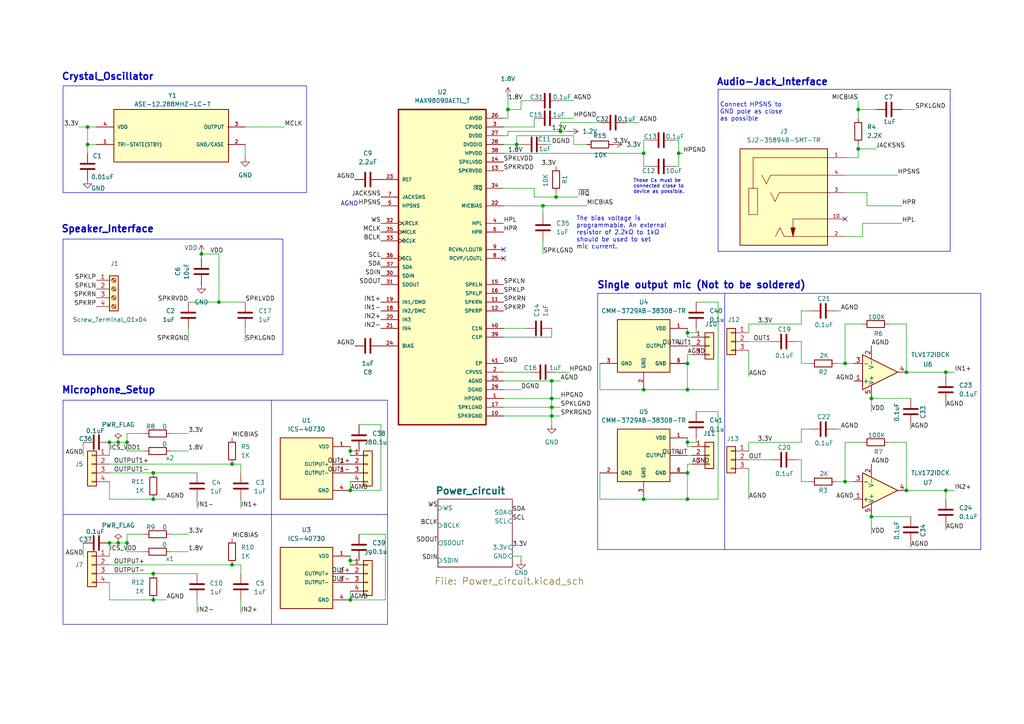
<source format=kicad_sch>
(kicad_sch (version 20231120) (generator "eeschema") (generator_version "8.0")
  (paper "A4")
  (title_block (title "ANC board with digital audio interface") (date "2024-07-24") (rev "1"))
  (junction (at 44.45 173.99))
  (junction (at 199.39 137.16))
  (junction (at 160.02 118.11))
  (junction (at 186.69 113.03))
  (junction (at 162.56 38.1))
  (junction (at 199.39 113.03))
  (junction (at 25.4 36.83))
  (junction (at 248.92 31.75))
  (junction (at 25.4 41.91))
  (junction (at 252.73 115.57))
  (junction (at 199.39 105.41))
  (junction (at 186.69 144.78))
  (junction (at 252.73 149.86))
  (junction (at 147.32 31.75))
  (junction (at 101.6 173.99))
  (junction (at 160.02 110.49))
  (junction (at 196.85 44.45))
  (junction (at 161.29 57.15))
  (junction (at 262.89 107.95))
  (junction (at 67.31 134.62))
  (junction (at 44.45 137.16))
  (junction (at 160.02 120.65))
  (junction (at 245.11 105.41))
  (junction (at 199.39 128.27))
  (junction (at 149.86 41.91))
  (junction (at 186.69 44.45))
  (junction (at 101.6 142.24))
  (junction (at 36.83 128.27))
  (junction (at 248.92 43.18))
  (junction (at 157.48 59.69))
  (junction (at 262.89 142.24))
  (junction (at 274.32 107.95))
  (junction (at 101.6 162.56))
  (junction (at 31.75 128.27))
  (junction (at 44.45 166.37))
  (junction (at 160.02 115.57))
  (junction (at 31.75 157.48))
  (junction (at 34.29 157.48))
  (junction (at 58.42 73.66))
  (junction (at 63.5 87.63))
  (junction (at 44.45 144.78))
  (junction (at 199.39 144.78))
  (junction (at 245.11 139.7))
  (junction (at 36.83 157.48))
  (junction (at 34.29 128.27))
  (junction (at 274.32 142.24))
  (junction (at 67.31 163.83))
  (junction (at 101.6 130.81))
  (junction (at 199.39 96.52))
  (no_connect (at 245.11 63.5))
  (no_connect (at 146.05 72.39))
  (no_connect (at 146.05 74.93))
  (wire (pts (xy 63.5 73.66) (xy 63.5 87.63)))
  (wire (pts (xy 254 43.18) (xy 248.92 43.18)))
  (wire (pts (xy 248.92 45.72) (xy 245.11 45.72)))
  (wire (pts (xy 265.43 31.75) (xy 261.62 31.75)))
  (wire (pts (xy 262.89 142.24) (xy 262.89 128.27)))
  (wire (pts (xy 160.02 110.49) (xy 162.56 110.49)))
  (wire (pts (xy 250.19 64.77) (xy 250.19 68.58)))
  (wire (pts (xy 58.42 73.66) (xy 63.5 73.66)))
  (wire (pts (xy 196.85 44.45) (xy 196.85 40.64)))
  (wire (pts (xy 36.83 125.73) (xy 41.91 125.73)))
  (wire (pts (xy 25.4 44.45) (xy 25.4 41.91)))
  (wire (pts (xy 157.48 73.66) (xy 157.48 69.85)))
  (wire (pts (xy 252.73 149.86) (xy 252.73 154.94)))
  (wire (pts (xy 157.48 59.69) (xy 146.05 59.69)))
  (wire (pts (xy 274.32 153.67) (xy 274.32 152.4)))
  (wire (pts (xy 149.86 39.37) (xy 149.86 41.91)))
  (wire (pts (xy 49.53 130.81) (xy 54.61 130.81)))
  (wire (pts (xy 200.66 134.62) (xy 199.39 134.62)))
  (wire (pts (xy 199.39 113.03) (xy 199.39 105.41)))
  (wire (pts (xy 36.83 128.27) (xy 36.83 130.81)))
  (wire (pts (xy 151.13 113.03) (xy 146.05 113.03)))
  (wire (pts (xy 67.31 163.83) (xy 69.85 163.83)))
  (wire (pts (xy 262.89 128.27) (xy 257.81 128.27)))
  (wire (pts (xy 36.83 160.02) (xy 36.83 157.48)))
  (wire (pts (xy 31.75 157.48) (xy 34.29 157.48)))
  (wire (pts (xy 231.14 133.35) (xy 232.41 133.35)))
  (wire (pts (xy 71.12 45.72) (xy 71.12 41.91)))
  (wire (pts (xy 200.66 100.33) (xy 199.39 100.33)))
  (wire (pts (xy 166.37 39.37) (xy 149.86 39.37)))
  (wire (pts (xy 200.66 97.79) (xy 199.39 97.79)))
  (wire (pts (xy 242.57 105.41) (xy 245.11 105.41)))
  (wire (pts (xy 154.94 54.61) (xy 154.94 57.15)))
  (wire (pts (xy 69.85 134.62) (xy 69.85 137.16)))
  (wire (pts (xy 186.69 48.26) (xy 187.96 48.26)))
  (wire (pts (xy 208.28 87.63) (xy 208.28 113.03)))
  (wire (pts (xy 22.86 36.83) (xy 25.4 36.83)))
  (wire (pts (xy 232.41 124.46) (xy 232.41 128.27)))
  (wire (pts (xy 199.39 137.16) (xy 199.39 144.78)))
  (wire (pts (xy 245.11 105.41) (xy 247.65 105.41)))
  (wire (pts (xy 173.99 105.41) (xy 173.99 113.03)))
  (wire (pts (xy 262.89 142.24) (xy 274.32 142.24)))
  (wire (pts (xy 185.42 35.56) (xy 181.61 35.56)))
  (wire (pts (xy 110.49 142.24) (xy 101.6 142.24)))
  (wire (pts (xy 232.41 99.06) (xy 232.41 105.41)))
  (wire (pts (xy 251.46 59.69) (xy 251.46 55.88)))
  (wire (pts (xy 208.28 119.38) (xy 208.28 144.78)))
  (wire (pts (xy 200.66 132.08) (xy 199.39 132.08)))
  (wire (pts (xy 166.37 34.29) (xy 162.56 34.29)))
  (wire (pts (xy 63.5 87.63) (xy 71.12 87.63)))
  (wire (pts (xy 217.17 133.35) (xy 223.52 133.35)))
  (wire (pts (xy 160.02 41.91) (xy 158.75 41.91)))
  (wire (pts (xy 146.05 97.79) (xy 160.02 97.79)))
  (wire (pts (xy 264.16 123.19) (xy 264.16 124.46)))
  (wire (pts (xy 250.19 93.98) (xy 245.11 93.98)))
  (wire (pts (xy 165.1 107.95) (xy 161.29 107.95)))
  (wire (pts (xy 232.41 90.17) (xy 234.95 90.17)))
  (wire (pts (xy 162.56 115.57) (xy 160.02 115.57)))
  (wire (pts (xy 231.14 99.06) (xy 232.41 99.06)))
  (wire (pts (xy 232.41 128.27) (xy 217.17 128.27)))
  (wire (pts (xy 160.02 115.57) (xy 160.02 118.11)))
  (wire (pts (xy 186.69 40.64) (xy 187.96 40.64)))
  (wire (pts (xy 162.56 38.1) (xy 147.32 38.1)))
  (wire (pts (xy 25.4 36.83) (xy 25.4 41.91)))
  (wire (pts (xy 24.13 132.08) (xy 24.13 128.27)))
  (polyline (pts (xy 18.415 149.225) (xy 109.22 149.225)))
  (wire (pts (xy 25.4 36.83) (xy 27.94 36.83)))
  (wire (pts (xy 198.12 44.45) (xy 196.85 44.45)))
  (wire (pts (xy 111.76 173.99) (xy 101.6 173.99)))
  (wire (pts (xy 199.39 102.87) (xy 199.39 105.41)))
  (wire (pts (xy 104.14 123.19) (xy 110.49 123.19)))
  (wire (pts (xy 36.83 154.94) (xy 41.91 154.94)))
  (wire (pts (xy 67.31 134.62) (xy 69.85 134.62)))
  (wire (pts (xy 57.15 147.32) (xy 57.15 144.78)))
  (wire (pts (xy 232.41 124.46) (xy 234.95 124.46)))
  (wire (pts (xy 245.11 50.8) (xy 260.35 50.8)))
  (wire (pts (xy 170.18 59.69) (xy 157.48 59.69)))
  (wire (pts (xy 186.69 40.64) (xy 186.69 44.45)))
  (wire (pts (xy 36.83 125.73) (xy 36.83 128.27)))
  (wire (pts (xy 208.28 113.03) (xy 199.39 113.03)))
  (wire (pts (xy 49.53 160.02) (xy 54.61 160.02)))
  (wire (pts (xy 208.28 144.78) (xy 199.39 144.78)))
  (wire (pts (xy 217.17 99.06) (xy 223.52 99.06)))
  (wire (pts (xy 252.73 149.86) (xy 264.16 149.86)))
  (wire (pts (xy 217.17 101.6) (xy 217.17 109.22)))
  (wire (pts (xy 232.41 139.7) (xy 234.95 139.7)))
  (wire (pts (xy 162.56 118.11) (xy 160.02 118.11)))
  (wire (pts (xy 252.73 115.57) (xy 264.16 115.57)))
  (wire (pts (xy 31.75 139.7) (xy 31.75 144.78)))
  (wire (pts (xy 166.37 41.91) (xy 166.37 39.37)))
  (wire (pts (xy 160.02 120.65) (xy 146.05 120.65)))
  (wire (pts (xy 101.6 161.29) (xy 101.6 162.56)))
  (polyline (pts (xy 210.185 85.09) (xy 210.185 159.385)))
  (wire (pts (xy 248.92 41.91) (xy 248.92 43.18)))
  (wire (pts (xy 250.19 68.58) (xy 245.11 68.58)))
  (wire (pts (xy 217.17 93.98) (xy 232.41 93.98)))
  (wire (pts (xy 147.32 39.37) (xy 146.05 39.37)))
  (wire (pts (xy 49.53 154.94) (xy 54.61 154.94)))
  (wire (pts (xy 274.32 107.95) (xy 274.32 109.22)))
  (wire (pts (xy 161.29 57.15) (xy 167.64 57.15)))
  (wire (pts (xy 232.41 90.17) (xy 232.41 93.98)))
  (wire (pts (xy 71.12 36.83) (xy 82.55 36.83)))
  (wire (pts (xy 162.56 35.56) (xy 162.56 38.1)))
  (wire (pts (xy 24.13 157.48) (xy 24.13 161.29)))
  (wire (pts (xy 160.02 97.79) (xy 160.02 95.25)))
  (wire (pts (xy 151.13 29.21) (xy 151.13 31.75)))
  (wire (pts (xy 201.93 96.52) (xy 199.39 96.52)))
  (wire (pts (xy 31.75 157.48) (xy 31.75 161.29)))
  (wire (pts (xy 173.99 113.03) (xy 186.69 113.03)))
  (wire (pts (xy 242.57 139.7) (xy 245.11 139.7)))
  (wire (pts (xy 154.94 29.21) (xy 151.13 29.21)))
  (wire (pts (xy 199.39 134.62) (xy 199.39 137.16)))
  (wire (pts (xy 201.93 127) (xy 201.93 128.27)))
  (wire (pts (xy 248.92 43.18) (xy 248.92 45.72)))
  (wire (pts (xy 161.29 55.88) (xy 161.29 57.15)))
  (wire (pts (xy 147.32 31.75) (xy 147.32 34.29)))
  (wire (pts (xy 48.26 144.78) (xy 44.45 144.78)))
  (wire (pts (xy 154.94 54.61) (xy 146.05 54.61)))
  (wire (pts (xy 153.67 107.95) (xy 146.05 107.95)))
  (wire (pts (xy 104.14 154.94) (xy 111.76 154.94)))
  (wire (pts (xy 101.6 129.54) (xy 101.6 130.81)))
  (wire (pts (xy 147.32 27.94) (xy 147.32 31.75)))
  (wire (pts (xy 31.75 134.62) (xy 67.31 134.62)))
  (wire (pts (xy 274.32 118.11) (xy 274.32 116.84)))
  (wire (pts (xy 262.89 93.98) (xy 262.89 107.95)))
  (wire (pts (xy 149.86 41.91) (xy 151.13 41.91)))
  (wire (pts (xy 200.66 129.54) (xy 199.39 129.54)))
  (wire (pts (xy 147.32 38.1) (xy 147.32 39.37)))
  (wire (pts (xy 146.05 41.91) (xy 149.86 41.91)))
  (wire (pts (xy 154.94 36.83) (xy 154.94 34.29)))
  (wire (pts (xy 34.29 128.27) (xy 36.83 128.27)))
  (wire (pts (xy 162.56 120.65) (xy 160.02 120.65)))
  (wire (pts (xy 160.02 115.57) (xy 146.05 115.57)))
  (wire (pts (xy 110.49 123.19) (xy 110.49 142.24)))
  (wire (pts (xy 44.45 137.16) (xy 57.15 137.16)))
  (wire (pts (xy 157.48 62.23) (xy 157.48 59.69)))
  (wire (pts (xy 165.1 38.1) (xy 162.56 38.1)))
  (wire (pts (xy 264.16 157.48) (xy 264.16 158.75)))
  (wire (pts (xy 261.62 59.69) (xy 251.46 59.69)))
  (wire (pts (xy 101.6 171.45) (xy 101.6 173.99)))
  (wire (pts (xy 217.17 93.98) (xy 217.17 96.52)))
  (wire (pts (xy 261.62 64.77) (xy 250.19 64.77)))
  (wire (pts (xy 201.93 119.38) (xy 208.28 119.38)))
  (wire (pts (xy 154.94 57.15) (xy 161.29 57.15)))
  (wire (pts (xy 69.85 177.8) (xy 69.85 173.99)))
  (wire (pts (xy 151.13 162.56) (xy 151.13 161.29)))
  (wire (pts (xy 252.73 115.57) (xy 252.73 119.38)))
  (wire (pts (xy 146.05 110.49) (xy 160.02 110.49)))
  (wire (pts (xy 151.13 31.75) (xy 147.32 31.75)))
  (wire (pts (xy 248.92 31.75) (xy 248.92 29.21)))
  (wire (pts (xy 199.39 96.52) (xy 199.39 95.25)))
  (wire (pts (xy 111.76 154.94) (xy 111.76 173.99)))
  (wire (pts (xy 196.85 48.26) (xy 195.58 48.26)))
  (wire (pts (xy 262.89 107.95) (xy 274.32 107.95)))
  (wire (pts (xy 199.39 144.78) (xy 186.69 144.78)))
  (wire (pts (xy 44.45 173.99) (xy 31.75 173.99)))
  (wire (pts (xy 101.6 162.56) (xy 101.6 163.83)))
  (wire (pts (xy 25.4 41.91) (xy 27.94 41.91)))
  (wire (pts (xy 186.69 113.03) (xy 199.39 113.03)))
  (wire (pts (xy 274.32 142.24) (xy 276.86 142.24)))
  (wire (pts (xy 243.84 90.17) (xy 242.57 90.17)))
  (wire (pts (xy 245.11 128.27) (xy 245.11 139.7)))
  (wire (pts (xy 49.53 125.73) (xy 54.61 125.73)))
  (wire (pts (xy 54.61 95.25) (xy 54.61 99.06)))
  (wire (pts (xy 160.02 120.65) (xy 160.02 123.19)))
  (wire (pts (xy 31.75 137.16) (xy 44.45 137.16)))
  (wire (pts (xy 201.93 87.63) (xy 208.28 87.63)))
  (wire (pts (xy 41.91 130.81) (xy 36.83 130.81)))
  (wire (pts (xy 147.32 34.29) (xy 146.05 34.29)))
  (wire (pts (xy 274.32 107.95) (xy 276.86 107.95)))
  (wire (pts (xy 173.99 144.78) (xy 173.99 137.16)))
  (wire (pts (xy 199.39 129.54) (xy 199.39 128.27)))
  (wire (pts (xy 44.45 166.37) (xy 57.15 166.37)))
  (wire (pts (xy 48.26 173.99) (xy 44.45 173.99)))
  (wire (pts (xy 186.69 44.45) (xy 186.69 48.26)))
  (wire (pts (xy 166.37 29.21) (xy 162.56 29.21)))
  (wire (pts (xy 173.99 35.56) (xy 162.56 35.56)))
  (wire (pts (xy 57.15 177.8) (xy 57.15 173.99)))
  (wire (pts (xy 217.17 128.27) (xy 217.17 130.81)))
  (wire (pts (xy 146.05 36.83) (xy 154.94 36.83)))
  (wire (pts (xy 196.85 40.64) (xy 195.58 40.64)))
  (wire (pts (xy 71.12 95.25) (xy 71.12 99.06)))
  (wire (pts (xy 245.11 139.7) (xy 247.65 139.7)))
  (wire (pts (xy 170.18 41.91) (xy 166.37 41.91)))
  (wire (pts (xy 232.41 105.41) (xy 234.95 105.41)))
  (wire (pts (xy 44.45 144.78) (xy 31.75 144.78)))
  (wire (pts (xy 101.6 130.81) (xy 101.6 132.08)))
  (wire (pts (xy 248.92 34.29) (xy 248.92 31.75)))
  (wire (pts (xy 199.39 97.79) (xy 199.39 96.52)))
  (wire (pts (xy 200.66 102.87) (xy 199.39 102.87)))
  (wire (pts (xy 251.46 55.88) (xy 245.11 55.88)))
  (wire (pts (xy 152.4 95.25) (xy 146.05 95.25)))
  (wire (pts (xy 151.13 161.29) (xy 148.59 161.29)))
  (wire (pts (xy 196.85 48.26) (xy 196.85 44.45)))
  (wire (pts (xy 250.19 128.27) (xy 245.11 128.27)))
  (wire (pts (xy 31.75 163.83) (xy 67.31 163.83)))
  (wire (pts (xy 31.75 168.91) (xy 31.75 173.99)))
  (wire (pts (xy 41.91 160.02) (xy 36.83 160.02)))
  (wire (pts (xy 69.85 147.32) (xy 69.85 144.78)))
  (wire (pts (xy 36.83 157.48) (xy 36.83 154.94)))
  (wire (pts (xy 201.93 128.27) (xy 199.39 128.27)))
  (wire (pts (xy 262.89 93.98) (xy 257.81 93.98)))
  (wire (pts (xy 58.42 73.66) (xy 58.42 74.93)))
  (wire (pts (xy 69.85 163.83) (xy 69.85 166.37)))
  (wire (pts (xy 160.02 118.11) (xy 146.05 118.11)))
  (wire (pts (xy 101.6 162.56) (xy 104.14 162.56)))
  (wire (pts (xy 104.14 130.81) (xy 101.6 130.81)))
  (wire (pts (xy 31.75 166.37) (xy 44.45 166.37)))
  (wire (pts (xy 160.02 110.49) (xy 160.02 115.57)))
  (wire (pts (xy 54.61 87.63) (xy 63.5 87.63)))
  (polyline (pts (xy 112.395 149.225) (xy 109.22 149.225)))
  (wire (pts (xy 34.29 157.48) (xy 36.83 157.48)))
  (wire (pts (xy 160.02 118.11) (xy 160.02 120.65)))
  (wire (pts (xy 199.39 128.27) (xy 199.39 127)))
  (wire (pts (xy 201.93 95.25) (xy 201.93 96.52)))
  (wire (pts (xy 146.05 44.45) (xy 186.69 44.45)))
  (wire (pts (xy 31.75 128.27) (xy 34.29 128.27)))
  (wire (pts (xy 217.17 135.89) (xy 217.17 144.78)))
  (wire (pts (xy 31.75 128.27) (xy 31.75 132.08)))
  (wire (pts (xy 254 31.75) (xy 248.92 31.75)))
  (wire (pts (xy 186.69 144.78) (xy 173.99 144.78)))
  (wire (pts (xy 245.11 93.98) (xy 245.11 105.41)))
  (wire (pts (xy 232.41 133.35) (xy 232.41 139.7)))
  (wire (pts (xy 101.6 139.7) (xy 101.6 142.24)))
  (polyline (pts (xy 78.74 116.205) (xy 78.74 180.975)))
  (wire (pts (xy 274.32 142.24) (xy 274.32 144.78)))
  (wire (pts (xy 243.84 124.46) (xy 242.57 124.46)))
  (rectangle (start 208.28 25.908) (end 275.59 72.898))
  (rectangle (start 18.288 116.078) (end 112.395 181.102))
  (rectangle (start 173.355 85.09) (end 284.48 159.385))
  (rectangle (start 18.288 24.892) (end 88.9 55.88))
  (rectangle (start 18.288 69.342) (end 82.042 102.87))
  (text "Microphone_Setup" (at 31.496 113.284 0) (effects (font (size 2 2) (thickness 0.4) (bold yes))))
  (text "Single output mic (Not to be soldered)" (at 203.454 82.804 0) (effects (font (size 2 2) (thickness 0.4) (bold yes))))
  (text "The bias voltage is \nprogrammable. An external \nresistor of 2.2kΩ to 1kΩ\nshould be used to set \nmic current." (at 167.132 67.564 0) (effects (font (size 1.27 1.27)) (justify left)))
  (text "Connect HPSNS to \nGND pole as close \nas possible" (at 208.788 32.512 0) (effects (font (size 1.27 1.27)) (justify left)))
  (text "AGND" (at 101.346 59.182 0) (effects (font (size 1.27 1.27))))
  (text "Those Cs must be \nconnected close to\ndevice as possible." (at 183.642 54.102 0) (effects (font (size 1 1)) (justify left)))
  (text "Audio-Jack_Interface" (at 224.028 23.876 0) (effects (font (size 2 2) (thickness 0.4) (bold yes))))
  (text "Crystal_Oscillator" (at 31.242 22.352 0) (effects (font (size 2 2) (thickness 0.4) (bold yes))))
  (text "Speaker_Interface" (at 31.242 66.548 0) (effects (font (size 2 2) (thickness 0.4) (bold yes))))
  (label "3.3V" (at 161.29 48.26 180))
  (label "OUTPUT" (at 199.39 132.08 180))
  (label "AGND" (at 24.13 161.29 180))
  (label "DGND" (at 160.02 41.91 0))
  (label "HPGND" (at 162.56 115.57 0))
  (label "1.8V" (at 54.61 160.02 0))
  (label "AGND" (at 102.87 100.33 180))
  (label "OUT" (at 220.98 133.35 180))
  (label "SPKLGND" (at 157.48 73.66 0))
  (label "AGND" (at 247.65 144.78 180))
  (label "SPKLGND" (at 71.12 99.06 0))
  (label "3.3V" (at 219.71 128.27 0))
  (label "AGND" (at 274.32 118.11 0))
  (label "VDD" (at 60.96 73.66 0))
  (label "HPGND" (at 166.37 34.29 0))
  (label "3.3V" (at 219.71 93.98 0))
  (label "IN2+" (at 69.85 177.8 0))
  (label "AGND" (at 217.17 144.78 0))
  (label "IN2-" (at 110.49 95.25 180))
  (label "JACKSNS" (at 254 43.18 0))
  (label "3.3V" (at 148.59 158.75 0))
  (label "SPKLVDD" (at 71.12 87.63 0))
  (label "AGND" (at 101.6 173.99 0))
  (label "SPKLP" (at 146.05 85.09 0))
  (label "AGND" (at 217.17 109.22 0))
  (label "3.3V" (at 54.61 125.73 0))
  (label "AGND" (at 162.56 110.49 0))
  (label "OUT1-" (at 101.6 137.16 180))
  (label "1.8V" (at 147.32 29.21 0))
  (label "AGND" (at 185.42 35.56 0))
  (label "SPKRVDD" (at 146.05 49.53 0))
  (label "AGND" (at 101.6 142.24 0))
  (label "SPKRN" (at 27.94 86.36 180))
  (label "DGND" (at 151.13 113.03 0))
  (label "JACKSNS" (at 110.49 57.15 180))
  (label "SPKRVDD" (at 54.61 87.63 180))
  (label "SPKLGND" (at 265.43 31.75 0))
  (label "AGND" (at 247.65 110.49 180))
  (label "IN1-" (at 57.15 147.32 0))
  (label "OUT1+" (at 101.6 134.62 180))
  (label "IN1+" (at 110.49 87.63 180))
  (label "AGND" (at 243.84 124.46 0))
  (label "3.3V" (at 54.61 154.94 0))
  (label "OUTPUT+" (at 33.02 163.83 0))
  (label "SPKLP" (at 27.94 81.28 180))
  (label "AGND" (at 200.66 134.62 0))
  (label "HPR" (at 146.05 67.31 0))
  (label "OUTPUT-" (at 33.02 166.37 0))
  (label "MICBIAS" (at 67.31 156.21 0))
  (label "BCLK" (at 110.49 69.85 180))
  (label "SDOUT" (at 127 157.48 180))
  (label "AGND" (at 48.26 173.99 0))
  (label "AGND" (at 102.87 52.07 180))
  (label "IN1+" (at 276.86 107.95 0))
  (label "GND" (at 146.05 105.41 0))
  (label "MICBIAS" (at 248.92 29.21 180))
  (label "IN2+" (at 110.49 92.71 180))
  (label "MICBIAS" (at 170.18 59.69 0))
  (label "AGND" (at 264.16 124.46 0))
  (label "SPKRGND" (at 54.61 99.06 180))
  (label "IN1+" (at 69.85 147.32 0))
  (label "AGND" (at 243.84 90.17 0))
  (label "ICS_VDD1" (at 31.75 130.81 0))
  (label "OUTPUT1+" (at 33.02 134.62 0))
  (label "WS" (at 127 147.32 180))
  (label "AGND" (at 24.13 132.08 180))
  (label "AGND" (at 264.16 158.75 0))
  (label "BCLK" (at 127 152.4 180))
  (label "IN2+" (at 276.86 142.24 0))
  (label "SCL" (at 148.59 151.13 0))
  (label "SDOUT" (at 110.49 82.55 180))
  (label "SDIN" (at 127 162.56 180))
  (label "IN2-" (at 57.15 177.8 0))
  (label "SDA" (at 110.49 77.47 180))
  (label "AGND" (at 48.26 144.78 0))
  (label "SPKLN" (at 146.05 82.55 0))
  (label "ICS_VDD" (at 31.75 160.02 0))
  (label "WS" (at 110.49 64.77 180))
  (label "SPKRP" (at 146.05 90.17 0))
  (label "HPSNS" (at 110.49 59.69 180))
  (label "MCLK" (at 82.55 36.83 0))
  (label "1.2V" (at 160.02 38.1 0))
  (label "AGND" (at 252.73 100.33 0))
  (label "1.8V" (at 147.32 44.45 0))
  (label "SDA" (at 148.59 148.59 0))
  (label "SPKLVDD" (at 146.05 46.99 0))
  (label "SCL" (at 110.49 74.93 180))
  (label "OUT+" (at 101.6 166.37 180))
  (label "OUTPUT1" (at 200.66 100.33 180))
  (label "SDIN" (at 110.49 80.01 180))
  (label "OUT-" (at 101.6 168.91 180))
  (label "VDD" (at 252.73 154.94 0))
  (label "HPL" (at 261.62 64.77 0))
  (label "SPKRGND" (at 162.56 120.65 0))
  (label "3.3V" (at 22.86 36.83 180))
  (label "AGND" (at 252.73 134.62 0))
  (label "MICBIAS" (at 67.31 127 0))
  (label "OUTPUT1-" (at 33.02 137.16 0))
  (label "OUT1" (at 223.52 99.06 180))
  (label "1.8V" (at 54.61 130.81 0))
  (label "HPL" (at 146.05 64.77 0))
  (label "IN1-" (at 110.49 90.17 180))
  (label "HPGND" (at 198.12 44.45 0))
  (label "AGND" (at 199.39 102.87 0))
  (label "HPGND" (at 165.1 107.95 0))
  (label "HPR" (at 261.62 59.69 0))
  (label "HPSNS" (at 260.35 50.8 0))
  (label "VDD" (at 252.73 119.38 0))
  (label "3.3V" (at 177.8 41.91 0))
  (label "AGND" (at 274.32 153.67 0))
  (label "SPKRP" (at 27.94 88.9 180))
  (label "~{IRQ}" (at 167.64 57.15 0))
  (label "MCLK" (at 110.49 67.31 180))
  (label "SPKLN" (at 27.94 83.82 180))
  (label "SPKRN" (at 146.05 87.63 0))
  (label "AGND" (at 166.37 29.21 0))
  (label "SPKLGND" (at 162.56 118.11 0))
  (symbol (lib_id "power:GND") (at 71.12 45.72 0) (unit 1)
    (property "Reference" "#PWR013" (effects (hide yes)))
    (property "Value" "GND" (at 71.12 50.8 0))
    (property "Description" "Power symbol creates a global label with name \"GND\" , ground" (effects (hide yes)))
  )
  (symbol (lib_id "power:GND") (at 151.13 162.56 0) (unit 1)
    (property "Reference" "#PWR015" (effects (hide yes)))
    (property "Value" "GND" (at 151.13 166.116 0))
    (property "Description" "Power symbol creates a global label with name \"GND\" , ground" (effects (hide yes)))
  )
  (symbol (lib_id "Device:C") (at 274.32 113.03 0) (unit 1)
    (property "Reference" "C23" (at 278.13 111.7599 0) (effects (justify left)))
    (property "Value" "0.1uF" (at 278.13 114.2999 0) (effects (justify left)))
    (property "Footprint" "Capacitor_SMD:C_0805_2012Metric_Pad1.18x1.45mm_HandSolder" (effects (hide yes)))
    (property "Description" "Unpolarized capacitor" (effects (hide yes)))
  )
  (symbol (lib_id "Device:C") (at 201.93 91.44 0) (unit 1)
    (property "Reference" "C40" (at 205.74 90.1699 0) (effects (justify left)))
    (property "Value" "0.1u" (at 205.74 92.7099 0) (effects (justify left)))
    (property "Footprint" "Capacitor_SMD:C_0805_2012Metric_Pad1.18x1.45mm_HandSolder" (effects (hide yes)))
    (property "Description" "Unpolarized capacitor" (effects (hide yes)))
  )
  (symbol (lib_id "Device:C") (at 154.94 41.91 270) (mirror x) (unit 1)
    (property "Reference" "C11" (at 155.956 40.386 90) (effects (justify left)))
    (property "Value" "1uF" (at 156.21 43.18 90) (effects (justify left)))
    (property "Footprint" "Capacitor_SMD:C_0805_2012Metric_Pad1.18x1.45mm_HandSolder" (effects (hide yes)))
    (property "Description" "Unpolarized capacitor" (effects (hide yes)))
  )
  (symbol (lib_id "Amplifier_Operational:TLV172IDCK") (at 252.73 142.24 0) (mirror x) (unit 1)
    (property "Reference" "U7" (at 269.113 139.954 0))
    (property "Value" "TLV172IDCK" (at 269.875 137.16 0))
    (property "Footprint" "Package_TO_SOT_SMD:SOT-353_SC-70-5" (effects (hide yes)))
    (property "Datasheet" "http://www.ti.com/lit/ds/symlink/tlv172.pdf" (effects (hide yes)))
    (property "Description" "Low-power Operational Amplifier, SOT-353" (effects (hide yes)))
  )
  (symbol (lib_id "Device:R") (at 161.29 52.07 0) (mirror x) (unit 1)
    (property "Reference" "R1" (at 163.83 52.07 90))
    (property "Value" "10K" (at 158.242 52.324 90))
    (property "Footprint" "Resistor_SMD:R_0402_1005Metric_Pad0.72x0.64mm_HandSolder" (effects (hide yes)))
    (property "Description" "Resistor" (effects (hide yes)))
  )
  (symbol (lib_id "Device:R") (at 254 93.98 90) (unit 1)
    (property "Reference" "R6" (at 254.762 96.774 90))
    (property "Value" "100K" (at 254.254 91.948 90))
    (property "Footprint" "Resistor_SMD:R_0402_1005Metric_Pad0.72x0.64mm_HandSolder" (effects (hide yes)))
    (property "Description" "Resistor" (effects (hide yes)))
  )
  (symbol (lib_id "ANC:SJ2-35894B-SMT-TR") (at 227.33 58.42 0) (unit 1)
    (property "Reference" "J3" (at 227.33 38.1 0))
    (property "Value" "SJ2-35894B-SMT-TR" (at 227.33 40.64 0))
    (property "Footprint" "SJ2-35894B-SMT-TR:CUI_SJ2-35894B-SMT-TR" (effects (hide yes)))
    (property "MF" "CUI Devices" (effects (hide yes)))
    (property "MAXIMUM_PACKAGE_HEIGHT" "5.2 mm" (effects (hide yes)))
    (property "Package" "None" (effects (hide yes)))
    (property "Price" "None" (effects (hide yes)))
    (property "Check_prices" "https://www.snapeda.com/parts/SJ2-35894B-SMT-TR/CUI+Devices/view-part/?ref=eda" (effects (hide yes)))
    (property "STANDARD" "Manufacturer Recommendations" (effects (hide yes)))
    (property "PARTREV" "1.04" (effects (hide yes)))
    (property "SnapEDA_Link" "https://www.snapeda.com/parts/SJ2-35894B-SMT-TR/CUI+Devices/view-part/?ref=snap" (effects (hide yes)))
    (property "MP" "SJ2-35894B-SMT-TR" (effects (hide yes)))
    (property "Purchase-URL" "https://www.snapeda.com/api/url_track_click_mouser/?unipart_id=1318027&manufacturer=CUI Devices&part_name=SJ2-35894B-SMT-TR&search_term=None" (effects (hide yes)))
    (property "Description_1" "4 conductor, 3.5 mm, SMT Audio Jack w/ Tip Switch" (effects (hide yes)))
    (property "CUI_purchase_URL" "https://www.cuidevices.com/product/interconnect/connectors/audio-connectors/jacks/sj2-35894b-smt-tr?utm_source=snapeda.com&utm_medium=referral&utm_campaign=snapedaBOM" (effects (hide yes)))
    (property "Availability" "In Stock" (effects (hide yes)))
    (property "MANUFACTURER" "CUI Devices" (effects (hide yes)))
  )
  (symbol (lib_id "Device:R") (at 238.76 105.41 90) (unit 1)
    (property "Reference" "R2" (at 238.76 107.95 90))
    (property "Value" "2K" (at 239.014 103.124 90))
    (property "Footprint" "Resistor_SMD:R_0402_1005Metric_Pad0.72x0.64mm_HandSolder" (effects (hide yes)))
    (property "Description" "Resistor" (effects (hide yes)))
  )
  (symbol (lib_id "Connector_Generic:Conn_01x04") (at 106.68 134.62 0) (unit 1)
    (property "Reference" "J8" (at 105.664 128.27 0) (effects (justify left)))
    (property "Value" "Conn_01x04" (effects (hide yes)))
    (property "Footprint" "Connector_PinSocket_2.54mm:PinSocket_1x04_P2.54mm_Vertical" (effects (hide yes)))
    (property "Description" "Generic connector, single row, 01x04, script generated (kicad-library-utils/schlib/autogen/connector/)" (effects (hide yes)))
  )
  (symbol (lib_id "power:VCC") (at 177.8 41.91 270) (unit 1)
    (property "Reference" "#PWR05" (effects (hide yes)))
    (property "Value" "3.3V" (at 181.61 41.9099 90) (effects (justify left)))
    (property "Description" "Power symbol creates a global label with name \"VCC\"" (effects (hide yes)))
  )
  (symbol (lib_id "Device:C") (at 57.15 140.97 0) (mirror y) (unit 1)
    (property "Reference" "C4" (at 62.738 139.954 0))
    (property "Value" "1uF" (at 62.738 142.494 0))
    (property "Footprint" "Capacitor_SMD:C_0805_2012Metric_Pad1.18x1.45mm_HandSolder" (effects (hide yes)))
    (property "Description" "Unpolarized capacitor" (effects (hide yes)))
  )
  (symbol (lib_id "Device:C") (at 104.14 158.75 0) (unit 1)
    (property "Reference" "C39" (at 107.95 157.4799 0) (effects (justify left)))
    (property "Value" "0.1u" (at 107.95 160.0199 0) (effects (justify left)))
    (property "Footprint" "Capacitor_SMD:C_0805_2012Metric_Pad1.18x1.45mm_HandSolder" (effects (hide yes)))
    (property "Description" "Unpolarized capacitor" (effects (hide yes)))
  )
  (symbol (lib_id "ANC:MAX98090AETL_T") (at 128.27 77.47 0) (unit 1)
    (property "Reference" "U2" (at 128.27 26.67 0))
    (property "Value" "MAX98090AETL_T" (at 128.27 29.21 0))
    (property "Footprint" "MAX98090AETL_T:QFN40P500X500X80-41N" (effects (hide yes)))
    (property "Description" "Audio Codec 1ADC /1 DAC 40-Pin TQFN" (effects (hide yes)))
    (property "MF" "Analog Devices" (effects (hide yes)))
    (property "PACKAGE" "QFN-40 Maxim" (effects (hide yes)))
    (property "PRICE" "None" (effects (hide yes)))
    (property "Package" "QFN-40 Maxim" (effects (hide yes)))
    (property "Check_prices" "https://www.snapeda.com/parts/MAX98090AETL+T/Analog+Devices/view-part/?ref=eda" (effects (hide yes)))
    (property "Price" "None" (effects (hide yes)))
    (property "SnapEDA_Link" "https://www.snapeda.com/parts/MAX98090AETL+T/Analog+Devices/view-part/?ref=snap" (effects (hide yes)))
    (property "MP" "MAX98090AETL+T" (effects (hide yes)))
    (property "Purchase-URL" "https://www.snapeda.com/api/url_track_click_mouser/?unipart_id=792698&manufacturer=Analog Devices&part_name=MAX98090AETL+T&search_term=None" (effects (hide yes)))
    (property "Availability" "In Stock" (effects (hide yes)))
    (property "AVAILABILITY" "Unavailable" (effects (hide yes)))
    (property "Description_1" "\nUltra-Low Power Stereo Audio Codec\n" (effects (hide yes)))
  )
  (symbol (lib_name "ICS-40730_1") (lib_id "ANC:ICS-40730") (at 88.9 137.16 0) (unit 1)
    (property "Reference" "U1" (at 88.9 121.92 0))
    (property "Value" "ICS-40730" (at 88.9 124.46 0))
    (property "Footprint" "ICS-40730:MIC_ICS-40730" (effects (hide yes)))
    (property "MF" "TDK InvenSense" (effects (hide yes)))
    (property "Description_1" "\n25Hz ~ 20kHz Analog Microphone MEMS (Silicon) 1.5V ~ 3.63V Noise Cancelling (-32dB ±2dB @ 124dB SPL) Solder Pads\n" (effects (hide yes)))
    (property "Package" "None" (effects (hide yes)))
    (property "Price" "None" (effects (hide yes)))
    (property "Check_prices" "https://www.snapeda.com/parts/ICS-40730/TDK+InvenSense/view-part/?ref=eda" (effects (hide yes)))
    (property "STANDARD" "Manufacturer Recommendations" (effects (hide yes)))
    (property "SnapEDA_Link" "https://www.snapeda.com/parts/ICS-40730/TDK+InvenSense/view-part/?ref=snap" (effects (hide yes)))
    (property "MP" "ICS-40730" (effects (hide yes)))
    (property "Purchase-URL" "https://www.snapeda.com/api/url_track_click_mouser/?unipart_id=4727914&manufacturer=TDK InvenSense&part_name=ICS-40730&search_term=none" (effects (hide yes)))
    (property "Availability" "In Stock" (effects (hide yes)))
    (property "MANUFACTURER" "TDK" (effects (hide yes)))
  )
  (symbol (lib_id "Device:C") (at 158.75 34.29 270) (mirror x) (unit 1)
    (property "Reference" "C15" (at 153.416 33.274 90) (effects (justify left)))
    (property "Value" "1uF" (at 160.274 33.274 90) (effects (justify left)))
    (property "Footprint" "Capacitor_SMD:C_0805_2012Metric_Pad1.18x1.45mm_HandSolder" (effects (hide yes)))
    (property "Description" "Unpolarized capacitor" (effects (hide yes)))
  )
  (symbol (lib_id "Connector_Generic:Conn_01x04") (at 26.67 163.83 0) (mirror y) (unit 1)
    (property "Reference" "J7" (at 24.13 163.8299 0) (effects (justify left)))
    (property "Value" "Conn_01x04" (effects (hide yes)))
    (property "Footprint" "Connector_PinSocket_2.54mm:PinSocket_1x04_P2.54mm_Vertical" (effects (hide yes)))
    (property "Description" "Generic connector, single row, 01x04, script generated (kicad-library-utils/schlib/autogen/connector/)" (effects (hide yes)))
  )
  (symbol (lib_id "Device:R") (at 67.31 130.81 0) (unit 1)
    (property "Reference" "R5" (at 69.85 129.5399 0) (effects (justify left)))
    (property "Value" "1K" (at 69.85 132.0799 0) (effects (justify left)))
    (property "Footprint" "Resistor_SMD:R_0402_1005Metric_Pad0.72x0.64mm_HandSolder" (effects (hide yes)))
    (property "Description" "Resistor" (effects (hide yes)))
  )
  (symbol (lib_id "power:PWR_FLAG") (at 34.29 128.27 0) (unit 1)
    (property "Reference" "#FLG08" (effects (hide yes)))
    (property "Value" "PWR_FLAG" (at 34.29 123.19 0))
    (property "Description" "Special symbol for telling ERC where power comes from" (effects (hide yes)))
  )
  (symbol (lib_id "Device:C") (at 227.33 99.06 270) (mirror x) (unit 1)
    (property "Reference" "C19" (at 225.552 95.504 90) (effects (justify left)))
    (property "Value" "0.1uF" (at 224.79 103.124 90) (effects (justify left)))
    (property "Footprint" "Capacitor_SMD:C_0805_2012Metric_Pad1.18x1.45mm_HandSolder" (effects (hide yes)))
    (property "Description" "Unpolarized capacitor" (effects (hide yes)))
  )
  (symbol (lib_id "Device:C") (at 69.85 140.97 180) (unit 1)
    (property "Reference" "C3" (at 75.438 139.954 0))
    (property "Value" "1uF" (at 75.438 142.494 0))
    (property "Footprint" "Capacitor_SMD:C_0805_2012Metric_Pad1.18x1.45mm_HandSolder" (effects (hide yes)))
    (property "Description" "Unpolarized capacitor" (effects (hide yes)))
  )
  (symbol (lib_id "power:GND") (at 58.42 82.55 0) (mirror y) (unit 1)
    (property "Reference" "#PWR016" (effects (hide yes)))
    (property "Value" "GND" (at 58.42 87.63 0))
    (property "Description" "Power symbol creates a global label with name \"GND\" , ground" (effects (hide yes)))
  )
  (symbol (lib_id "Device:C") (at 274.32 148.59 0) (unit 1)
    (property "Reference" "C24" (at 278.13 147.3199 0) (effects (justify left)))
    (property "Value" "0.1uF" (at 278.13 149.8599 0) (effects (justify left)))
    (property "Footprint" "Capacitor_SMD:C_0805_2012Metric_Pad1.18x1.45mm_HandSolder" (effects (hide yes)))
    (property "Description" "Unpolarized capacitor" (effects (hide yes)))
  )
  (symbol (lib_id "power:VCC") (at 147.32 27.94 0) (unit 1)
    (property "Reference" "#PWR01" (effects (hide yes)))
    (property "Value" "1.8V" (at 147.32 22.86 0))
    (property "Description" "Power symbol creates a global label with name \"VCC\"" (effects (hide yes)))
  )
  (symbol (lib_id "Device:R") (at 238.76 139.7 90) (unit 1)
    (property "Reference" "R3" (at 238.76 142.24 90))
    (property "Value" "2K" (at 239.014 137.414 90))
    (property "Footprint" "Resistor_SMD:R_0402_1005Metric_Pad0.72x0.64mm_HandSolder" (effects (hide yes)))
    (property "Description" "Resistor" (effects (hide yes)))
  )
  (symbol (lib_id "Device:C") (at 71.12 91.44 0) (unit 1)
    (property "Reference" "C17" (at 74.93 90.1699 0) (effects (justify left)))
    (property "Value" "1uF" (at 74.93 92.7099 0) (effects (justify left)))
    (property "Footprint" "Capacitor_SMD:C_0805_2012Metric_Pad1.18x1.45mm_HandSolder" (effects (hide yes)))
    (property "Description" "Unpolarized capacitor" (effects (hide yes)))
  )
  (symbol (lib_id "Device:C") (at 264.16 119.38 0) (mirror x) (unit 1)
    (property "Reference" "C33" (at 267.716 117.602 90) (effects (justify left)))
    (property "Value" "0.1uF" (at 260.096 116.84 90) (effects (justify left)))
    (property "Footprint" "Capacitor_SMD:C_0805_2012Metric_Pad1.18x1.45mm_HandSolder" (effects (hide yes)))
    (property "Description" "Unpolarized capacitor" (effects (hide yes)))
  )
  (symbol (lib_id "power:GND") (at 160.02 123.19 0) (unit 1)
    (property "Reference" "#PWR07" (effects (hide yes)))
    (property "Value" "GND" (at 160.02 128.27 0))
    (property "Description" "Power symbol creates a global label with name \"GND\" , ground" (effects (hide yes)))
  )
  (symbol (lib_name "CMM-3729AB-38308-TR_1") (lib_id "ANC:CMM-3729AB-38308-TR") (at 186.69 132.08 0) (unit 1)
    (property "Reference" "U5" (at 186.69 119.38 0))
    (property "Value" "CMM-3729AB-38308-TR" (at 186.69 121.92 0))
    (property "Footprint" "CMM-3729AB-38308-TR:XDCR_CMM-3729AB-38308-TR" (effects (hide yes)))
    (property "MF" "CUI Devices" (effects (hide yes)))
    (property "Description_1" "3.76 x 2.95 mm, Analog, Bottom Port, Surface Mount, 2.0 Vdc, -38 ±3 dB, MEMS Microphone" (effects (hide yes)))
    (property "Package" "CUI Inc." (effects (hide yes)))
    (property "Price" "None" (effects (hide yes)))
    (property "Check_prices" "https://www.snapeda.com/parts/CMM-3729AB-38308-TR/CUI+Devices/view-part/?ref=eda" (effects (hide yes)))
    (property "STANDARD" "Manufacturer Recommendations" (effects (hide yes)))
    (property "SnapEDA_Link" "https://www.snapeda.com/parts/CMM-3729AB-38308-TR/CUI+Devices/view-part/?ref=snap" (effects (hide yes)))
    (property "MP" "CMM-3729AB-38308-TR" (effects (hide yes)))
    (property "Purchase-URL" "https://www.snapeda.com/api/url_track_click_mouser/?unipart_id=3210235&manufacturer=CUI Devices&part_name=CMM-3729AB-38308-TR&search_term=None" (effects (hide yes)))
    (property "CUI_purchase_URL" "https://www.cuidevices.com/product/audio/microphones/mems-microphones/cmm-3729ab-38308-tr?utm_source=snapeda.com&utm_medium=referral&utm_campaign=snapedaBOM" (effects (hide yes)))
    (property "Availability" "In Stock" (effects (hide yes)))
    (property "MANUFACTURER" "CUI Inc" (effects (hide yes)))
  )
  (symbol (lib_id "power:GND") (at 25.4 52.07 0) (unit 1)
    (property "Reference" "#PWR011" (effects (hide yes)))
    (property "Value" "GND" (at 28.448 54.61 0))
    (property "Description" "Power symbol creates a global label with name \"GND\" , ground" (effects (hide yes)))
  )
  (symbol (lib_id "Device:C") (at 27.94 157.48 270) (mirror x) (unit 1)
    (property "Reference" "C37" (at 22.86 156.464 90) (effects (justify left)))
    (property "Value" "0.1uF" (at 24.892 154.178 90) (effects (justify left)))
    (property "Footprint" "Capacitor_SMD:C_0805_2012Metric_Pad1.18x1.45mm_HandSolder" (effects (hide yes)))
    (property "Description" "Unpolarized capacitor" (effects (hide yes)))
  )
  (symbol (lib_id "Device:R") (at 45.72 130.81 90) (unit 1)
    (property "Reference" "x2" (at 49.276 132.842 90))
    (property "Value" "0" (at 47.752 128.778 90))
    (property "Footprint" "Resistor_SMD:R_0402_1005Metric_Pad0.72x0.64mm_HandSolder" (effects (hide yes)))
    (property "Description" "Resistor" (effects (hide yes)))
  )
  (symbol (lib_id "ANC:CMM-3729AB-38308-TR") (at 186.69 100.33 0) (unit 1)
    (property "Reference" "U4" (at 186.69 87.63 0))
    (property "Value" "CMM-3729AB-38308-TR" (at 186.69 90.17 0))
    (property "Footprint" "CMM-3729AB-38308-TR:XDCR_CMM-3729AB-38308-TR" (effects (hide yes)))
    (property "MF" "CUI Devices" (effects (hide yes)))
    (property "Description_1" "3.76 x 2.95 mm, Analog, Bottom Port, Surface Mount, 2.0 Vdc, -38 ±3 dB, MEMS Microphone" (effects (hide yes)))
    (property "Package" "CUI Inc." (effects (hide yes)))
    (property "Price" "None" (effects (hide yes)))
    (property "Check_prices" "https://www.snapeda.com/parts/CMM-3729AB-38308-TR/CUI+Devices/view-part/?ref=eda" (effects (hide yes)))
    (property "STANDARD" "Manufacturer Recommendations" (effects (hide yes)))
    (property "SnapEDA_Link" "https://www.snapeda.com/parts/CMM-3729AB-38308-TR/CUI+Devices/view-part/?ref=snap" (effects (hide yes)))
    (property "MP" "CMM-3729AB-38308-TR" (effects (hide yes)))
    (property "Purchase-URL" "https://www.snapeda.com/api/url_track_click_mouser/?unipart_id=3210235&manufacturer=CUI Devices&part_name=CMM-3729AB-38308-TR&search_term=None" (effects (hide yes)))
    (property "CUI_purchase_URL" "https://www.cuidevices.com/product/audio/microphones/mems-microphones/cmm-3729ab-38308-tr?utm_source=snapeda.com&utm_medium=referral&utm_campaign=snapedaBOM" (effects (hide yes)))
    (property "Availability" "In Stock" (effects (hide yes)))
    (property "MANUFACTURER" "CUI Inc" (effects (hide yes)))
  )
  (symbol (lib_id "Device:R") (at 44.45 140.97 0) (mirror y) (unit 1)
    (property "Reference" "R11" (at 41.91 139.6999 0) (effects (justify left)))
    (property "Value" "1K" (at 41.91 142.2399 0) (effects (justify left)))
    (property "Footprint" "Resistor_SMD:R_0402_1005Metric_Pad0.72x0.64mm_HandSolder" (effects (hide yes)))
    (property "Description" "Resistor" (effects (hide yes)))
  )
  (symbol (lib_id "Connector_Generic:Conn_01x04") (at 106.68 166.37 0) (unit 1)
    (property "Reference" "J9" (at 105.664 160.274 0) (effects (justify left)))
    (property "Value" "Conn_01x04" (effects (hide yes)))
    (property "Footprint" "Connector_PinSocket_2.54mm:PinSocket_1x04_P2.54mm_Vertical" (effects (hide yes)))
    (property "Description" "Generic connector, single row, 01x04, script generated (kicad-library-utils/schlib/autogen/connector/)" (effects (hide yes)))
  )
  (symbol (lib_id "power:VDD") (at 58.42 73.66 0) (unit 1)
    (property "Reference" "#PWR012" (effects (hide yes)))
    (property "Value" "VDD" (at 55.372 71.882 0))
    (property "Description" "Power symbol creates a global label with name \"VDD\"" (effects (hide yes)))
  )
  (symbol (lib_id "Device:C") (at 227.33 133.35 270) (mirror x) (unit 1)
    (property "Reference" "C20" (at 225.552 129.794 90) (effects (justify left)))
    (property "Value" "0.1uF" (at 224.79 137.414 90) (effects (justify left)))
    (property "Footprint" "Capacitor_SMD:C_0805_2012Metric_Pad1.18x1.45mm_HandSolder" (effects (hide yes)))
    (property "Description" "Unpolarized capacitor" (effects (hide yes)))
  )
  (symbol (lib_id "Device:R") (at 45.72 125.73 90) (unit 1)
    (property "Reference" "R8" (at 43.688 123.698 90))
    (property "Value" "0" (at 47.752 123.698 90))
    (property "Footprint" "Resistor_SMD:R_0402_1005Metric_Pad0.72x0.64mm_HandSolder" (effects (hide yes)))
    (property "Description" "Resistor" (effects (hide yes)))
  )
  (symbol (lib_id "Device:C") (at 157.48 66.04 0) (unit 1)
    (property "Reference" "C35" (at 161.29 64.7699 0) (effects (justify left)))
    (property "Value" "1uF" (at 161.29 67.3099 0) (effects (justify left)))
    (property "Footprint" "Capacitor_SMD:C_0805_2012Metric_Pad1.18x1.45mm_HandSolder" (effects (hide yes)))
    (property "Description" "Unpolarized capacitor" (effects (hide yes)))
  )
  (symbol (lib_id "Device:C") (at 104.14 127 0) (unit 1)
    (property "Reference" "C38" (at 107.95 125.7299 0) (effects (justify left)))
    (property "Value" "0.1u" (at 107.95 128.2699 0) (effects (justify left)))
    (property "Footprint" "Capacitor_SMD:C_0805_2012Metric_Pad1.18x1.45mm_HandSolder" (effects (hide yes)))
    (property "Description" "Unpolarized capacitor" (effects (hide yes)))
  )
  (symbol (lib_id "Device:C") (at 58.42 78.74 180) (unit 1)
    (property "Reference" "C6" (at 51.562 78.74 90))
    (property "Value" "10uF" (at 54.102 78.74 90))
    (property "Footprint" "Capacitor_SMD:C_0805_2012Metric_Pad1.18x1.45mm_HandSolder" (effects (hide yes)))
    (property "Description" "Unpolarized capacitor" (effects (hide yes)))
  )
  (symbol (lib_id "Device:R") (at 254 128.27 90) (unit 1)
    (property "Reference" "R7" (at 254.762 131.064 90))
    (property "Value" "100K" (at 254.254 126.238 90))
    (property "Footprint" "Resistor_SMD:R_0402_1005Metric_Pad0.72x0.64mm_HandSolder" (effects (hide yes)))
    (property "Description" "Resistor" (effects (hide yes)))
  )
  (symbol (lib_id "Device:C") (at 25.4 48.26 0) (unit 1)
    (property "Reference" "C1" (at 28.194 45.212 0))
    (property "Value" "0.01uF" (at 29.718 51.308 0))
    (property "Footprint" "Capacitor_SMD:C_0805_2012Metric_Pad1.18x1.45mm_HandSolder" (effects (hide yes)))
    (property "Description" "Unpolarized capacitor" (effects (hide yes)))
  )
  (symbol (lib_id "Device:C") (at 257.81 31.75 90) (mirror x) (unit 1)
    (property "Reference" "C7" (at 259.08 28.194 90) (effects (justify left)))
    (property "Value" "1uF" (at 259.842 35.306 90) (effects (justify left)))
    (property "Footprint" "Capacitor_SMD:C_0805_2012Metric_Pad1.18x1.45mm_HandSolder" (effects (hide yes)))
    (property "Description" "Unpolarized capacitor" (effects (hide yes)))
  )
  (symbol (lib_id "Device:C") (at 238.76 124.46 270) (mirror x) (unit 1)
    (property "Reference" "C22" (at 236.982 120.904 90) (effects (justify left)))
    (property "Value" "0.1uF" (at 236.22 128.524 90) (effects (justify left)))
    (property "Footprint" "Capacitor_SMD:C_0805_2012Metric_Pad1.18x1.45mm_HandSolder" (effects (hide yes)))
    (property "Description" "Unpolarized capacitor" (effects (hide yes)))
  )
  (symbol (lib_id "Device:C") (at 57.15 170.18 0) (mirror y) (unit 1)
    (property "Reference" "C10" (at 62.738 169.164 0))
    (property "Value" "1uF" (at 62.738 171.704 0))
    (property "Footprint" "Capacitor_SMD:C_0805_2012Metric_Pad1.18x1.45mm_HandSolder" (effects (hide yes)))
    (property "Description" "Unpolarized capacitor" (effects (hide yes)))
  )
  (symbol (lib_id "Device:R") (at 67.31 160.02 0) (unit 1)
    (property "Reference" "R10" (at 69.85 158.7499 0) (effects (justify left)))
    (property "Value" "1K" (at 69.85 161.2899 0) (effects (justify left)))
    (property "Footprint" "Resistor_SMD:R_0402_1005Metric_Pad0.72x0.64mm_HandSolder" (effects (hide yes)))
    (property "Description" "Resistor" (effects (hide yes)))
  )
  (symbol (lib_id "Connector_Generic:Conn_01x03") (at 205.74 100.33 0) (unit 1)
    (property "Reference" "J10" (at 204.47 93.98 0) (effects (justify left)))
    (property "Value" "Conn_01x03" (effects (hide yes)))
    (property "Footprint" "Connector_PinSocket_2.54mm:PinSocket_1x03_P2.54mm_Vertical" (effects (hide yes)))
    (property "Description" "Generic connector, single row, 01x03, script generated (kicad-library-utils/schlib/autogen/connector/)" (effects (hide yes)))
  )
  (symbol (lib_id "Connector:Screw_Terminal_01x04") (at 33.02 83.82 0) (unit 1)
    (property "Reference" "J1" (at 32.004 76.454 0) (effects (justify left)))
    (property "Value" "Screw_Terminal_01x04" (at 21.082 92.71 0) (effects (justify left)))
    (property "Footprint" "282836-4:TE_282836-4" (effects (hide yes)))
    (property "Description" "Generic screw terminal, single row, 01x04, script generated (kicad-library-utils/schlib/autogen/connector/)" (effects (hide yes)))
  )
  (symbol (lib_id "Device:C") (at 156.21 95.25 270) (mirror x) (unit 1)
    (property "Reference" "C14" (at 155.702 91.948 0) (effects (justify left)))
    (property "Value" "1uF" (at 158.242 91.948 0) (effects (justify left)))
    (property "Footprint" "Capacitor_SMD:C_0805_2012Metric_Pad1.18x1.45mm_HandSolder" (effects (hide yes)))
    (property "Description" "Unpolarized capacitor" (effects (hide yes)))
  )
  (symbol (lib_id "Device:C") (at 264.16 153.67 0) (mirror x) (unit 1)
    (property "Reference" "C34" (at 267.716 151.892 90) (effects (justify left)))
    (property "Value" "0.1uF" (at 260.096 151.13 90) (effects (justify left)))
    (property "Footprint" "Capacitor_SMD:C_0805_2012Metric_Pad1.18x1.45mm_HandSolder" (effects (hide yes)))
    (property "Description" "Unpolarized capacitor" (effects (hide yes)))
  )
  (symbol (lib_id "Device:C") (at 27.94 128.27 270) (mirror x) (unit 1)
    (property "Reference" "C36" (at 22.86 127.254 90) (effects (justify left)))
    (property "Value" "0.1uF" (at 24.892 124.968 90) (effects (justify left)))
    (property "Footprint" "Capacitor_SMD:C_0805_2012Metric_Pad1.18x1.45mm_HandSolder" (effects (hide yes)))
    (property "Description" "Unpolarized capacitor" (effects (hide yes)))
  )
  (symbol (lib_id "Device:C") (at 201.93 123.19 0) (unit 1)
    (property "Reference" "C41" (at 205.74 121.9199 0) (effects (justify left)))
    (property "Value" "0.1u" (at 205.74 124.4599 0) (effects (justify left)))
    (property "Footprint" "Capacitor_SMD:C_0805_2012Metric_Pad1.18x1.45mm_HandSolder" (effects (hide yes)))
    (property "Description" "Unpolarized capacitor" (effects (hide yes)))
  )
  (symbol (lib_id "Device:C") (at 158.75 29.21 270) (mirror x) (unit 1)
    (property "Reference" "C31" (at 153.67 28.194 90) (effects (justify left)))
    (property "Value" "0.1uF" (at 160.274 28.194 90) (effects (justify left)))
    (property "Footprint" "Capacitor_SMD:C_0805_2012Metric_Pad1.18x1.45mm_HandSolder" (effects (hide yes)))
    (property "Description" "Unpolarized capacitor" (effects (hide yes)))
  )
  (symbol (lib_id "Device:R") (at 173.99 41.91 270) (mirror x) (unit 1)
    (property "Reference" "R15" (at 173.99 39.37 90))
    (property "Value" "10K" (at 174.244 44.958 90))
    (property "Footprint" "Resistor_SMD:R_0402_1005Metric_Pad0.72x0.64mm_HandSolder" (effects (hide yes)))
    (property "Description" "Resistor" (effects (hide yes)))
  )
  (symbol (lib_id "Device:C") (at 54.61 91.44 0) (mirror y) (unit 1)
    (property "Reference" "C2" (at 50.8 90.1699 0) (effects (justify left)))
    (property "Value" "1uF" (at 50.8 92.7099 0) (effects (justify left)))
    (property "Footprint" "Capacitor_SMD:C_0805_2012Metric_Pad1.18x1.45mm_HandSolder" (effects (hide yes)))
    (property "Description" "Unpolarized capacitor" (effects (hide yes)))
  )
  (symbol (lib_id "Device:C") (at 69.85 170.18 180) (unit 1)
    (property "Reference" "C5" (at 75.438 169.164 0))
    (property "Value" "1uF" (at 75.438 171.704 0))
    (property "Footprint" "Capacitor_SMD:C_0805_2012Metric_Pad1.18x1.45mm_HandSolder" (effects (hide yes)))
    (property "Description" "Unpolarized capacitor" (effects (hide yes)))
  )
  (symbol (lib_id "Device:R") (at 45.72 154.94 90) (unit 1)
    (property "Reference" "R9" (at 43.688 152.908 90))
    (property "Value" "0" (at 47.752 152.908 90))
    (property "Footprint" "Resistor_SMD:R_0402_1005Metric_Pad0.72x0.64mm_HandSolder" (effects (hide yes)))
    (property "Description" "Resistor" (effects (hide yes)))
  )
  (symbol (lib_id "Connector_Generic:Conn_01x03") (at 212.09 133.35 0) (mirror y) (unit 1)
    (property "Reference" "J13" (at 214.376 127.254 0) (effects (justify left)))
    (property "Value" "Conn_01x03" (effects (hide yes)))
    (property "Footprint" "Connector_PinSocket_2.54mm:PinSocket_1x03_P2.54mm_Vertical" (effects (hide yes)))
    (property "Description" "Generic connector, single row, 01x03, script generated (kicad-library-utils/schlib/autogen/connector/)" (effects (hide yes)))
  )
  (symbol (lib_id "ANC:ICS-40730") (at 88.9 168.91 0) (unit 1)
    (property "Reference" "U3" (at 88.9 153.67 0))
    (property "Value" "ICS-40730" (at 88.9 156.21 0))
    (property "Footprint" "ICS-40730:MIC_ICS-40730" (effects (hide yes)))
    (property "MF" "TDK InvenSense" (effects (hide yes)))
    (property "Description_1" "\n25Hz ~ 20kHz Analog Microphone MEMS (Silicon) 1.5V ~ 3.63V Noise Cancelling (-32dB ±2dB @ 124dB SPL) Solder Pads\n" (effects (hide yes)))
    (property "Package" "None" (effects (hide yes)))
    (property "Price" "None" (effects (hide yes)))
    (property "Check_prices" "https://www.snapeda.com/parts/ICS-40730/TDK+InvenSense/view-part/?ref=eda" (effects (hide yes)))
    (property "STANDARD" "Manufacturer Recommendations" (effects (hide yes)))
    (property "SnapEDA_Link" "https://www.snapeda.com/parts/ICS-40730/TDK+InvenSense/view-part/?ref=snap" (effects (hide yes)))
    (property "MP" "ICS-40730" (effects (hide yes)))
    (property "Purchase-URL" "https://www.snapeda.com/api/url_track_click_mouser/?unipart_id=4727914&manufacturer=TDK InvenSense&part_name=ICS-40730&search_term=none" (effects (hide yes)))
    (property "Availability" "In Stock" (effects (hide yes)))
    (property "MANUFACTURER" "TDK" (effects (hide yes)))
  )
  (symbol (lib_id "Device:R") (at 44.45 170.18 0) (mirror y) (unit 1)
    (property "Reference" "R12" (at 41.91 168.9099 0) (effects (justify left)))
    (property "Value" "1K" (at 41.91 171.4499 0) (effects (justify left)))
    (property "Footprint" "Resistor_SMD:R_0402_1005Metric_Pad0.72x0.64mm_HandSolder" (effects (hide yes)))
    (property "Description" "Resistor" (effects (hide yes)))
  )
  (symbol (lib_id "power:VCC") (at 165.1 38.1 270) (unit 1)
    (property "Reference" "#PWR06" (effects (hide yes)))
    (property "Value" "1.2V" (at 168.91 38.0999 90) (effects (justify left)))
    (property "Description" "Power symbol creates a global label with name \"VCC\"" (effects (hide yes)))
  )
  (symbol (lib_id "Device:R") (at 248.92 38.1 0) (unit 1)
    (property "Reference" "R4" (at 251.46 36.8299 0) (effects (justify left)))
    (property "Value" "2.2K" (at 251.46 39.3699 0) (effects (justify left)))
    (property "Footprint" "Resistor_SMD:R_0402_1005Metric_Pad0.72x0.64mm_HandSolder" (effects (hide yes)))
    (property "Description" "Resistor" (effects (hide yes)))
  )
  (symbol (lib_id "Device:C") (at 177.8 35.56 270) (mirror x) (unit 1)
    (property "Reference" "C32" (at 172.72 34.544 90) (effects (justify left)))
    (property "Value" "0.1uF" (at 179.07 34.544 90) (effects (justify left)))
    (property "Footprint" "Capacitor_SMD:C_0805_2012Metric_Pad1.18x1.45mm_HandSolder" (effects (hide yes)))
    (property "Description" "Unpolarized capacitor" (effects (hide yes)))
  )
  (symbol (lib_id "Device:C") (at 238.76 90.17 270) (mirror x) (unit 1)
    (property "Reference" "C21" (at 236.982 86.614 90) (effects (justify left)))
    (property "Value" "0.1uF" (at 236.22 94.234 90) (effects (justify left)))
    (property "Footprint" "Capacitor_SMD:C_0805_2012Metric_Pad1.18x1.45mm_HandSolder" (effects (hide yes)))
    (property "Description" "Unpolarized capacitor" (effects (hide yes)))
  )
  (symbol (lib_id "Device:C") (at 191.77 40.64 270) (mirror x) (unit 1)
    (property "Reference" "C13" (at 186.69 39.624 90) (effects (justify left)))
    (property "Value" "0.1uF" (at 193.04 39.624 90) (effects (justify left)))
    (property "Footprint" "Capacitor_SMD:C_0805_2012Metric_Pad1.18x1.45mm_HandSolder" (effects (hide yes)))
    (property "Description" "Unpolarized capacitor" (effects (hide yes)))
  )
  (symbol (lib_id "Device:C") (at 157.48 107.95 270) (unit 1)
    (property "Reference" "C16" (at 151.892 106.68 90) (effects (justify left)))
    (property "Value" "1uF" (at 159.258 106.68 90) (effects (justify left)))
    (property "Footprint" "Capacitor_SMD:C_0805_2012Metric_Pad1.18x1.45mm_HandSolder" (effects (hide yes)))
    (property "Description" "Unpolarized capacitor" (effects (hide yes)))
  )
  (symbol (lib_id "ANC:ASE-12.288MHZ-LC-T") (at 49.53 39.37 0) (unit 1)
    (property "Reference" "Y1" (at 50.038 27.686 0))
    (property "Value" "ASE-12.288MHZ-LC-T" (at 50.038 30.226 0))
    (property "Footprint" "ASE-12.288MHZ-LC-T:XTAL_ASE-12.288MHZ-LC-T" (effects (hide yes)))
    (property "MF" "ABRACON" (effects (hide yes)))
    (property "MAXIMUM_PACKAGE_HEIGHT" "1.2 mm" (effects (hide yes)))
    (property "Package" "None" (effects (hide yes)))
    (property "Price" "None" (effects (hide yes)))
    (property "Check_prices" "https://www.snapeda.com/parts/ASE-12.288MHZ-LC-T/Abracon/view-part/?ref=eda" (effects (hide yes)))
    (property "STANDARD" "Manufacturer Recommendations" (effects (hide yes)))
    (property "PARTREV" "02-18-22" (effects (hide yes)))
    (property "SnapEDA_Link" "https://www.snapeda.com/parts/ASE-12.288MHZ-LC-T/Abracon/view-part/?ref=snap" (effects (hide yes)))
    (property "MP" "ASE-12.288MHZ-LC-T" (effects (hide yes)))
    (property "Description_1" "\nCrystal Oscillator - 3.3V CMOS - 12.288 MHz (+/-) 50ppm - -40°C to +85°C - Tape&Reel\n" (effects (hide yes)))
    (property "MANUFACTURER" "Abracon" (effects (hide yes)))
    (property "Availability" "In Stock" (effects (hide yes)))
    (property "SNAPEDA_PN" "ASE-12.288MHZ-LC-T" (effects (hide yes)))
  )
  (symbol (lib_id "Connector_Generic:Conn_01x03") (at 212.09 99.06 0) (mirror y) (unit 1)
    (property "Reference" "J12" (at 214.63 92.71 0) (effects (justify left)))
    (property "Value" "Conn_01x03" (effects (hide yes)))
    (property "Footprint" "Connector_PinSocket_2.54mm:PinSocket_1x03_P2.54mm_Vertical" (effects (hide yes)))
    (property "Description" "Generic connector, single row, 01x03, script generated (kicad-library-utils/schlib/autogen/connector/)" (effects (hide yes)))
  )
  (symbol (lib_id "Amplifier_Operational:TLV172IDCK") (at 252.73 107.95 0) (mirror x) (unit 1)
    (property "Reference" "U6" (at 269.113 105.664 0))
    (property "Value" "TLV172IDCK" (at 269.875 102.87 0))
    (property "Footprint" "Package_TO_SOT_SMD:SOT-353_SC-70-5" (effects (hide yes)))
    (property "Datasheet" "http://www.ti.com/lit/ds/symlink/tlv172.pdf" (effects (hide yes)))
    (property "Description" "Low-power Operational Amplifier, SOT-353" (effects (hide yes)))
  )
  (symbol (lib_id "Device:C") (at 191.77 48.26 270) (mirror x) (unit 1)
    (property "Reference" "C12" (at 186.182 49.53 90) (effects (justify left)))
    (property "Value" "10uF" (at 193.04 49.53 90) (effects (justify left)))
    (property "Footprint" "Capacitor_SMD:C_0805_2012Metric_Pad1.18x1.45mm_HandSolder" (effects (hide yes)))
    (property "Description" "Unpolarized capacitor" (effects (hide yes)))
  )
  (symbol (lib_id "Device:C") (at 106.68 100.33 270) (mirror x) (unit 1)
    (property "Reference" "C8" (at 106.68 107.95 90))
    (property "Value" "1uF" (at 106.68 105.41 90))
    (property "Footprint" "Capacitor_SMD:C_0805_2012Metric_Pad1.18x1.45mm_HandSolder" (effects (hide yes)))
    (property "Description" "Unpolarized capacitor" (effects (hide yes)))
  )
  (symbol (lib_id "Device:C") (at 106.68 52.07 270) (unit 1)
    (property "Reference" "C9" (at 106.68 44.45 90))
    (property "Value" "2.2uF" (at 106.68 46.99 90))
    (property "Footprint" "Capacitor_SMD:C_0805_2012Metric_Pad1.18x1.45mm_HandSolder" (effects (hide yes)))
    (property "Description" "Unpolarized capacitor" (effects (hide yes)))
  )
  (symbol (lib_id "Connector_Generic:Conn_01x03") (at 205.74 132.08 0) (unit 1)
    (property "Reference" "J11" (at 203.962 125.73 0) (effects (justify left)))
    (property "Value" "Conn_01x03" (effects (hide yes)))
    (property "Footprint" "Connector_PinSocket_2.54mm:PinSocket_1x03_P2.54mm_Vertical" (effects (hide yes)))
    (property "Description" "Generic connector, single row, 01x03, script generated (kicad-library-utils/schlib/autogen/connector/)" (effects (hide yes)))
  )
  (symbol (lib_id "Connector_Generic:Conn_01x04") (at 26.67 134.62 0) (mirror y) (unit 1)
    (property "Reference" "J5" (at 24.13 134.6199 0) (effects (justify left)))
    (property "Value" "Conn_01x04" (effects (hide yes)))
    (property "Footprint" "Connector_PinSocket_2.54mm:PinSocket_1x04_P2.54mm_Vertical" (effects (hide yes)))
    (property "Description" "Generic connector, single row, 01x04, script generated (kicad-library-utils/schlib/autogen/connector/)" (effects (hide yes)))
  )
  (symbol (lib_id "Device:R") (at 45.72 160.02 90) (unit 1)
    (property "Reference" "x1" (at 49.276 162.052 90))
    (property "Value" "0" (at 47.752 157.988 90))
    (property "Footprint" "Resistor_SMD:R_0402_1005Metric_Pad0.72x0.64mm_HandSolder" (effects (hide yes)))
    (property "Description" "Resistor" (effects (hide yes)))
  )
  (symbol (lib_id "power:PWR_FLAG") (at 34.29 157.48 0) (unit 1)
    (property "Reference" "#FLG07" (effects (hide yes)))
    (property "Value" "PWR_FLAG" (at 34.29 152.4 0))
    (property "Description" "Special symbol for telling ERC where power comes from" (effects (hide yes)))
  )
  (sheet (at 127 144.78) (size 21.59 19.685) (stroke (width 0.1524))
    (property "Sheetname" "Power_circuit" (at 126.238 143.51 0) (effects (font (size 2 2) (bold yes)) (justify left bottom)))
    (property "Sheetfile" "Power_circuit.kicad_sch" (at 125.984 167.386 0) (effects (font (size 2 2)) (justify left top)))
    (pin "3.3V" input (at 148.59 158.75 0))
    (pin "WS" input (at 127 147.32 180))
    (pin "BCLK" input (at 127 152.4 180))
    (pin "SDOUT" output (at 127 157.48 180))
    (pin "SDIN" input (at 127 162.56 180))
    (pin "GND" input (at 148.59 161.29 0))
    (pin "SDA" bidirectional (at 148.59 148.59 0))
    (pin "SCL" input (at 148.59 151.13 0))
  )
)
</source>
